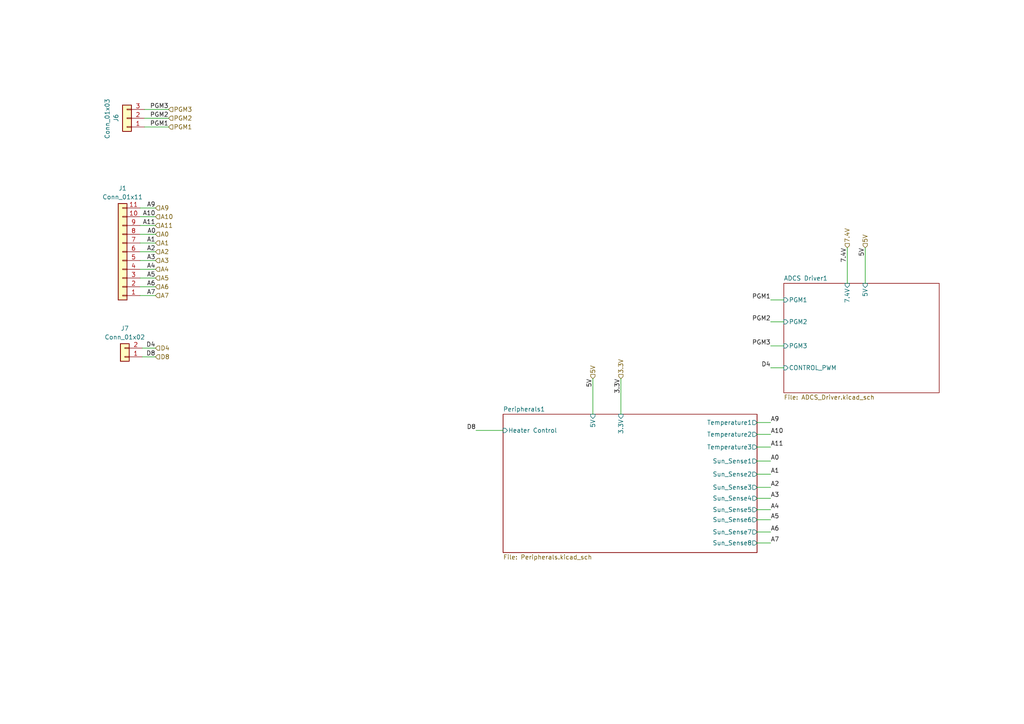
<source format=kicad_sch>
(kicad_sch (version 20230121) (generator eeschema)
  (paper "A4")
  (lib_symbols
    (symbol "Connector_Generic:Conn_01x02" (pin_names (offset 1.016) hide)
      (property "Reference" "J" (at 0 2.54 0))
      (property "Value" "Conn_01x02" (at 0 -5.08 0))
      (symbol "Conn_01x02_1_1"
        (rectangle (start -1.27 -2.413) (end 0 -2.667) (stroke (width 0.1524)))
        (rectangle (start -1.27 0.127) (end 0 -0.127) (stroke (width 0.1524)))
        (rectangle (start -1.27 1.27) (end 1.27 -3.81) (stroke (width 0.254)) (fill (type background)))
        (pin passive line (at -5.08 0 0) (length 3.81) (name "Pin_1") (number "1"))
        (pin passive line (at -5.08 -2.54 0) (length 3.81) (name "Pin_2") (number "2"))
      )
    )
    (symbol "Connector_Generic:Conn_01x03" (pin_names (offset 1.016) hide)
      (property "Reference" "J" (at 0 5.08 0))
      (property "Value" "Conn_01x03" (at 0 -5.08 0))
      (symbol "Conn_01x03_1_1"
        (rectangle (start -1.27 -2.413) (end 0 -2.667) (stroke (width 0.1524)))
        (rectangle (start -1.27 0.127) (end 0 -0.127) (stroke (width 0.1524)))
        (rectangle (start -1.27 2.667) (end 0 2.413) (stroke (width 0.1524)))
        (rectangle (start -1.27 3.81) (end 1.27 -3.81) (stroke (width 0.254)) (fill (type background)))
        (pin passive line (at -5.08 2.54 0) (length 3.81) (name "Pin_1") (number "1"))
        (pin passive line (at -5.08 0 0) (length 3.81) (name "Pin_2") (number "2"))
        (pin passive line (at -5.08 -2.54 0) (length 3.81) (name "Pin_3") (number "3"))
      )
    )
    (symbol "Connector_Generic:Conn_01x11" (pin_names (offset 1.016) hide)
      (property "Reference" "J" (at 0 15.24 0))
      (property "Value" "Conn_01x11" (at 0 -15.24 0))
      (symbol "Conn_01x11_1_1"
        (rectangle (start -1.27 -12.573) (end 0 -12.827) (stroke (width 0.1524)))
        (rectangle (start -1.27 -10.033) (end 0 -10.287) (stroke (width 0.1524)))
        (rectangle (start -1.27 -7.493) (end 0 -7.747) (stroke (width 0.1524)))
        (rectangle (start -1.27 -4.953) (end 0 -5.207) (stroke (width 0.1524)))
        (rectangle (start -1.27 -2.413) (end 0 -2.667) (stroke (width 0.1524)))
        (rectangle (start -1.27 0.127) (end 0 -0.127) (stroke (width 0.1524)))
        (rectangle (start -1.27 2.667) (end 0 2.413) (stroke (width 0.1524)))
        (rectangle (start -1.27 5.207) (end 0 4.953) (stroke (width 0.1524)))
        (rectangle (start -1.27 7.747) (end 0 7.493) (stroke (width 0.1524)))
        (rectangle (start -1.27 10.287) (end 0 10.033) (stroke (width 0.1524)))
        (rectangle (start -1.27 12.827) (end 0 12.573) (stroke (width 0.1524)))
        (rectangle (start -1.27 13.97) (end 1.27 -13.97) (stroke (width 0.254)) (fill (type background)))
        (pin passive line (at -5.08 12.7 0) (length 3.81) (name "Pin_1") (number "1"))
        (pin passive line (at -5.08 -10.16 0) (length 3.81) (name "Pin_10") (number "10"))
        (pin passive line (at -5.08 -12.7 0) (length 3.81) (name "Pin_11") (number "11"))
        (pin passive line (at -5.08 10.16 0) (length 3.81) (name "Pin_2") (number "2"))
        (pin passive line (at -5.08 7.62 0) (length 3.81) (name "Pin_3") (number "3"))
        (pin passive line (at -5.08 5.08 0) (length 3.81) (name "Pin_4") (number "4"))
        (pin passive line (at -5.08 2.54 0) (length 3.81) (name "Pin_5") (number "5"))
        (pin passive line (at -5.08 0 0) (length 3.81) (name "Pin_6") (number "6"))
        (pin passive line (at -5.08 -2.54 0) (length 3.81) (name "Pin_7") (number "7"))
        (pin passive line (at -5.08 -5.08 0) (length 3.81) (name "Pin_8") (number "8"))
        (pin passive line (at -5.08 -7.62 0) (length 3.81) (name "Pin_9") (number "9"))
      )
    )
  )
  (wire (pts (xy 245.745 71.882) (xy 245.745 82.169)))
  (wire (pts (xy 250.952 71.882) (xy 250.952 82.169)))
  (wire (pts (xy 223.52 154.305) (xy 219.583 154.305)))
  (wire (pts (xy 138.049 124.841) (xy 145.923 124.841)))
  (wire (pts (xy 40.64 75.565) (xy 45.085 75.565)))
  (wire (pts (xy 227.33 93.345) (xy 223.52 93.345)))
  (wire (pts (xy 45.085 103.505) (xy 41.275 103.505)))
  (wire (pts (xy 223.52 129.667) (xy 219.583 129.667)))
  (wire (pts (xy 223.52 150.749) (xy 219.583 150.749)))
  (wire (pts (xy 223.52 141.351) (xy 219.583 141.351)))
  (wire (pts (xy 223.52 100.33) (xy 227.33 100.33)))
  (wire (pts (xy 227.33 106.68) (xy 223.52 106.68)))
  (wire (pts (xy 223.52 122.555) (xy 219.583 122.555)))
  (wire (pts (xy 48.895 31.75) (xy 41.91 31.75)))
  (wire (pts (xy 40.64 62.865) (xy 45.085 62.865)))
  (wire (pts (xy 45.212 67.945) (xy 40.64 67.945)))
  (wire (pts (xy 171.958 109.855) (xy 171.958 120.142)))
  (wire (pts (xy 223.52 147.828) (xy 219.583 147.828)))
  (wire (pts (xy 223.52 125.984) (xy 219.583 125.984)))
  (wire (pts (xy 40.64 83.185) (xy 45.085 83.185)))
  (wire (pts (xy 180.086 109.855) (xy 180.086 120.142)))
  (wire (pts (xy 40.64 60.325) (xy 45.085 60.325)))
  (wire (pts (xy 223.52 157.48) (xy 219.583 157.48)))
  (wire (pts (xy 227.33 86.995) (xy 223.52 86.995)))
  (wire (pts (xy 40.64 78.105) (xy 45.085 78.105)))
  (wire (pts (xy 223.52 137.541) (xy 219.583 137.541)))
  (wire (pts (xy 40.64 65.405) (xy 45.085 65.405)))
  (wire (pts (xy 41.275 100.965) (xy 45.085 100.965)))
  (wire (pts (xy 48.895 34.29) (xy 41.91 34.29)))
  (wire (pts (xy 40.64 80.645) (xy 45.085 80.645)))
  (wire (pts (xy 223.52 144.526) (xy 219.583 144.526)))
  (wire (pts (xy 40.64 70.485) (xy 45.085 70.485)))
  (wire (pts (xy 40.64 73.025) (xy 45.085 73.025)))
  (wire (pts (xy 40.64 85.725) (xy 45.085 85.725)))
  (wire (pts (xy 223.52 133.731) (xy 219.583 133.731)))
  (wire (pts (xy 48.895 36.83) (xy 41.91 36.83)))
  (label "5V" (at 171.958 109.855 270))
  (label "D4" (at 45.085 100.965 180))
  (label "A1" (at 45.085 70.485 180))
  (label "A0" (at 223.52 133.731 0))
  (label "D8" (at 138.049 124.841 180))
  (label "A7" (at 45.085 85.725 180))
  (label "D4" (at 223.52 106.68 180))
  (label "PGM1" (at 48.895 36.83 180))
  (label "A5" (at 45.085 80.645 180))
  (label "PGM1" (at 223.52 86.995 180))
  (label "PGM2" (at 223.52 93.345 180))
  (label "A9" (at 45.085 60.325 180))
  (label "A9" (at 223.52 122.555 0))
  (label "5V" (at 250.952 71.882 270))
  (label "A3" (at 223.52 144.526 0))
  (label "A11" (at 45.085 65.405 180))
  (label "A5" (at 223.52 150.749 0))
  (label "A2" (at 223.52 141.351 0))
  (label "A4" (at 45.085 78.105 180))
  (label "A3" (at 45.085 75.565 180))
  (label "A10" (at 223.52 125.984 0))
  (label "A0" (at 45.212 67.945 180))
  (label "A6" (at 223.52 154.305 0))
  (label "A11" (at 223.52 129.667 0))
  (label "A2" (at 45.085 73.025 180))
  (label "PGM3" (at 48.895 31.75 180))
  (label "A6" (at 45.085 83.185 180))
  (label "PGM3" (at 223.52 100.33 180))
  (label "3.3V" (at 180.086 109.855 270))
  (label "PGM2" (at 48.895 34.29 180))
  (label "A7" (at 223.52 157.48 0))
  (label "A1" (at 223.52 137.541 0))
  (label "D8" (at 45.085 103.505 180))
  (label "7.4V" (at 245.745 71.882 270))
  (label "A4" (at 223.52 147.828 0))
  (label "A10" (at 45.085 62.865 180))
  (hierarchical_label "D4" (shape input) (at 45.085 100.965 0))
  (hierarchical_label "PGM3" (shape input) (at 48.895 31.75 0))
  (hierarchical_label "5V" (shape input) (at 171.958 109.855 90))
  (hierarchical_label "A9" (shape input) (at 45.085 60.325 0))
  (hierarchical_label "A6" (shape input) (at 45.0763 83.185 0))
  (hierarchical_label "A5" (shape input) (at 45.085 80.645 0))
  (hierarchical_label "A11" (shape input) (at 45.0185 65.405 0))
  (hierarchical_label "3.3V" (shape input) (at 180.086 109.855 90))
  (hierarchical_label "A1" (shape input) (at 45.085 70.485 0))
  (hierarchical_label "A0" (shape input) (at 45.0763 67.945 0))
  (hierarchical_label "A3" (shape input) (at 45.085 75.565 0))
  (hierarchical_label "PGM1" (shape input) (at 48.895 36.83 0))
  (hierarchical_label "5V" (shape input) (at 250.952 71.882 90))
  (hierarchical_label "D8" (shape input) (at 45.085 103.505 0))
  (hierarchical_label "A10" (shape input) (at 45.085 62.865 0))
  (hierarchical_label "A7" (shape input) (at 45.085 85.725 0))
  (hierarchical_label "A4" (shape input) (at 45.085 78.105 0))
  (hierarchical_label "A2" (shape input) (at 45.085 73.025 0))
  (hierarchical_label "PGM2" (shape input) (at 48.895 34.29 0))
  (hierarchical_label "7.4V" (shape input) (at 245.745 71.882 90))
  (symbol (lib_id "Connector_Generic:Conn_01x02") (at 36.195 103.505 180) (unit 1)
    (property "Reference" "J7" (at 36.195 95.25 0))
    (property "Value" "Conn_01x02" (at 36.195 97.79 0))
    (property "Footprint" "Connector_PinSocket_2.54mm:PinSocket_1x02_P2.54mm_Vertical" (effects hide))
  )
  (symbol (lib_id "Connector_Generic:Conn_01x03") (at 36.83 34.29 180) (unit 1)
    (property "Reference" "J6" (at 33.655 33.02 90) (effects (justify left)))
    (property "Value" "Conn_01x03" (at 31.115 28.575 90) (effects (justify left)))
    (property "Footprint" "Connector_PinSocket_2.54mm:PinSocket_1x03_P2.54mm_Vertical" (effects hide))
  )
  (symbol (lib_id "Connector_Generic:Conn_01x11") (at 35.56 73.025 180) (unit 1)
    (property "Reference" "J1" (at 35.56 54.61 0))
    (property "Value" "Conn_01x11" (at 35.56 57.15 0))
    (property "Footprint" "Connector_PinSocket_2.54mm:PinSocket_1x11_P2.54mm_Vertical" (effects hide))
  )
  (sheet (at 227.33 82.169) (size 45.085 31.75) (stroke (width 0.1524))
    (property "Sheetname" "ADCS Driver1" (at 227.33 81.4574 0) (effects (justify left bottom)))
    (property "Sheetfile" "ADCS_Driver.kicad_sch" (at 227.33 114.5036 0) (effects (justify left top)))
    (pin "5V" input (at 250.952 82.169 90))
    (pin "7.4V" input (at 245.745 82.169 90))
    (pin "PGM2" input (at 227.33 93.345 180))
    (pin "PGM1" input (at 227.33 86.995 180))
    (pin "PGM3" input (at 227.33 100.33 180))
    (pin "CONTROL_PWM" input (at 227.33 106.68 180))
  )
  (sheet (at 145.923 120.142) (size 73.66 40.132) (stroke (width 0.1524))
    (property "Sheetname" "Peripherals1" (at 145.923 119.4304 0) (effects (justify left bottom)))
    (property "Sheetfile" "Peripherals.kicad_sch" (at 145.923 160.8586 0) (effects (justify left top)))
    (pin "Heater Control" input (at 145.923 124.841 180))
    (pin "3.3V" input (at 180.086 120.142 90))
    (pin "5V" input (at 171.958 120.142 90))
    (pin "Sun_Sense7" output (at 219.583 154.305 0))
    (pin "Sun_Sense1" output (at 219.583 133.731 0))
    (pin "Sun_Sense2" output (at 219.583 137.541 0))
    (pin "Sun_Sense3" output (at 219.583 141.351 0))
    (pin "Sun_Sense4" output (at 219.583 144.526 0))
    (pin "Sun_Sense5" output (at 219.583 147.828 0))
    (pin "Sun_Sense6" output (at 219.583 150.749 0))
    (pin "Sun_Sense8" output (at 219.583 157.48 0))
    (pin "Temperature1" output (at 219.583 122.555 0))
    (pin "Temperature2" output (at 219.583 125.984 0))
    (pin "Temperature3" output (at 219.583 129.667 0))
  )
)
</source>
